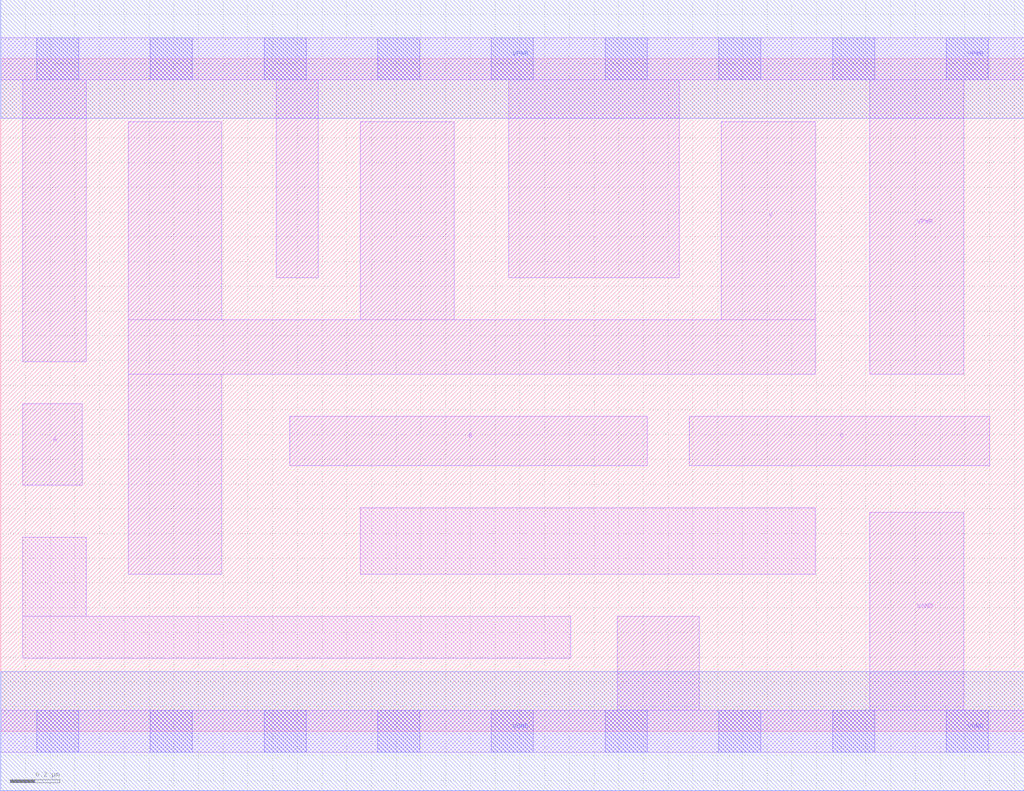
<source format=lef>
# Copyright 2020 The SkyWater PDK Authors
#
# Licensed under the Apache License, Version 2.0 (the "License");
# you may not use this file except in compliance with the License.
# You may obtain a copy of the License at
#
#     https://www.apache.org/licenses/LICENSE-2.0
#
# Unless required by applicable law or agreed to in writing, software
# distributed under the License is distributed on an "AS IS" BASIS,
# WITHOUT WARRANTIES OR CONDITIONS OF ANY KIND, either express or implied.
# See the License for the specific language governing permissions and
# limitations under the License.
#
# SPDX-License-Identifier: Apache-2.0

VERSION 5.7 ;
  NAMESCASESENSITIVE ON ;
  NOWIREEXTENSIONATPIN ON ;
  DIVIDERCHAR "/" ;
  BUSBITCHARS "[]" ;
UNITS
  DATABASE MICRONS 200 ;
END UNITS
PROPERTYDEFINITIONS
  MACRO maskLayoutSubType STRING ;
  MACRO prCellType STRING ;
  MACRO originalViewName STRING ;
END PROPERTYDEFINITIONS
MACRO sky130_fd_sc_hdll__nand3_2
  CLASS CORE ;
  FOREIGN sky130_fd_sc_hdll__nand3_2 ;
  ORIGIN  0.000000  0.000000 ;
  SIZE  4.140000 BY  2.720000 ;
  SYMMETRY X Y R90 ;
  SITE unithd ;
  PIN A
    ANTENNAGATEAREA  0.555000 ;
    DIRECTION INPUT ;
    USE SIGNAL ;
    PORT
      LAYER li1 ;
        RECT 0.090000 0.995000 0.330000 1.325000 ;
    END
  END A
  PIN B
    ANTENNAGATEAREA  0.555000 ;
    DIRECTION INPUT ;
    USE SIGNAL ;
    PORT
      LAYER li1 ;
        RECT 1.170000 1.075000 2.615000 1.275000 ;
    END
  END B
  PIN C
    ANTENNAGATEAREA  0.555000 ;
    DIRECTION INPUT ;
    USE SIGNAL ;
    PORT
      LAYER li1 ;
        RECT 2.785000 1.075000 4.000000 1.275000 ;
    END
  END C
  PIN VGND
    ANTENNADIFFAREA  0.403000 ;
    DIRECTION INOUT ;
    USE SIGNAL ;
    PORT
      LAYER li1 ;
        RECT 0.000000 -0.085000 4.140000 0.085000 ;
        RECT 2.495000  0.085000 2.825000 0.465000 ;
        RECT 3.515000  0.085000 3.895000 0.885000 ;
      LAYER mcon ;
        RECT 0.145000 -0.085000 0.315000 0.085000 ;
        RECT 0.605000 -0.085000 0.775000 0.085000 ;
        RECT 1.065000 -0.085000 1.235000 0.085000 ;
        RECT 1.525000 -0.085000 1.695000 0.085000 ;
        RECT 1.985000 -0.085000 2.155000 0.085000 ;
        RECT 2.445000 -0.085000 2.615000 0.085000 ;
        RECT 2.905000 -0.085000 3.075000 0.085000 ;
        RECT 3.365000 -0.085000 3.535000 0.085000 ;
        RECT 3.825000 -0.085000 3.995000 0.085000 ;
      LAYER met1 ;
        RECT 0.000000 -0.240000 4.140000 0.240000 ;
    END
  END VGND
  PIN VPWR
    ANTENNADIFFAREA  1.420000 ;
    DIRECTION INOUT ;
    USE SIGNAL ;
    PORT
      LAYER li1 ;
        RECT 0.000000 2.635000 4.140000 2.805000 ;
        RECT 0.090000 1.495000 0.345000 2.635000 ;
        RECT 1.115000 1.835000 1.285000 2.635000 ;
        RECT 2.055000 1.835000 2.745000 2.635000 ;
        RECT 3.515000 1.445000 3.895000 2.635000 ;
      LAYER mcon ;
        RECT 0.145000 2.635000 0.315000 2.805000 ;
        RECT 0.605000 2.635000 0.775000 2.805000 ;
        RECT 1.065000 2.635000 1.235000 2.805000 ;
        RECT 1.525000 2.635000 1.695000 2.805000 ;
        RECT 1.985000 2.635000 2.155000 2.805000 ;
        RECT 2.445000 2.635000 2.615000 2.805000 ;
        RECT 2.905000 2.635000 3.075000 2.805000 ;
        RECT 3.365000 2.635000 3.535000 2.805000 ;
        RECT 3.825000 2.635000 3.995000 2.805000 ;
      LAYER met1 ;
        RECT 0.000000 2.480000 4.140000 2.960000 ;
    END
  END VPWR
  PIN Y
    ANTENNADIFFAREA  1.078000 ;
    DIRECTION OUTPUT ;
    USE SIGNAL ;
    PORT
      LAYER li1 ;
        RECT 0.515000 0.635000 0.895000 1.445000 ;
        RECT 0.515000 1.445000 3.295000 1.665000 ;
        RECT 0.515000 1.665000 0.895000 2.465000 ;
        RECT 1.455000 1.665000 1.835000 2.465000 ;
        RECT 2.915000 1.665000 3.295000 2.465000 ;
    END
  END Y
  OBS
    LAYER li1 ;
      RECT 0.090000 0.295000 2.305000 0.465000 ;
      RECT 0.090000 0.465000 0.345000 0.785000 ;
      RECT 1.455000 0.635000 3.295000 0.905000 ;
  END
  PROPERTY maskLayoutSubType "abstract" ;
  PROPERTY prCellType "standard" ;
  PROPERTY originalViewName "layout" ;
END sky130_fd_sc_hdll__nand3_2

</source>
